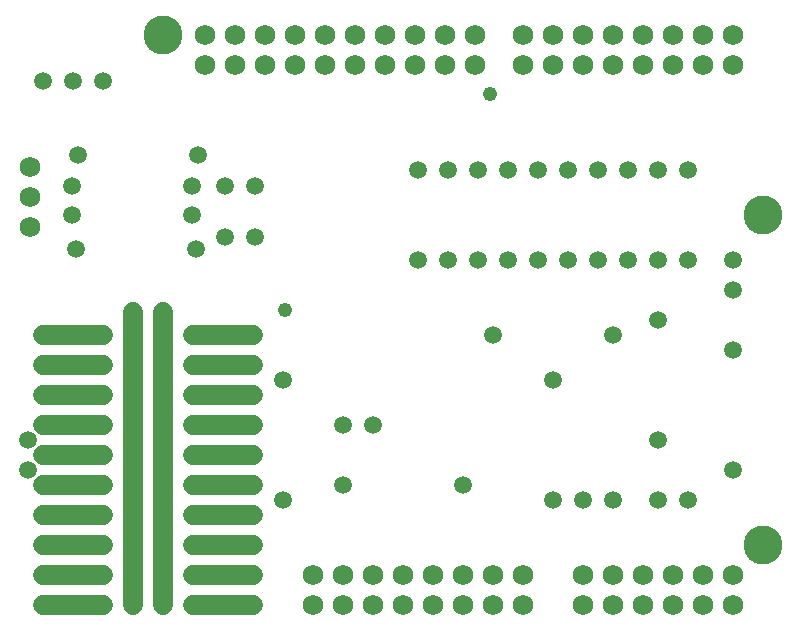
<source format=gts>
G75*
G70*
%OFA0B0*%
%FSLAX24Y24*%
%IPPOS*%
%LPD*%
%AMOC8*
5,1,8,0,0,1.08239X$1,22.5*
%
%ADD10C,0.0680*%
%ADD11C,0.1300*%
%ADD12C,0.0690*%
%ADD13C,0.0594*%
%ADD14C,0.0479*%
D10*
X004686Y001150D02*
X006686Y001150D01*
X007686Y001150D02*
X007686Y010900D01*
X008686Y010900D02*
X008686Y001150D01*
X009686Y001150D02*
X011686Y001150D01*
X011686Y002150D02*
X009686Y002150D01*
X009686Y003150D02*
X011686Y003150D01*
X011686Y004150D02*
X009686Y004150D01*
X009686Y005150D02*
X011686Y005150D01*
X011686Y006150D02*
X009686Y006150D01*
X009686Y007150D02*
X011686Y007150D01*
X011686Y008150D02*
X009686Y008150D01*
X009686Y009150D02*
X011686Y009150D01*
X011686Y010150D02*
X009686Y010150D01*
X006686Y010150D02*
X004686Y010150D01*
X004686Y009150D02*
X006686Y009150D01*
X006686Y008150D02*
X004686Y008150D01*
X004686Y007150D02*
X006686Y007150D01*
X006686Y006150D02*
X004686Y006150D01*
X004686Y005150D02*
X006686Y005150D01*
X006686Y004150D02*
X004686Y004150D01*
X004686Y003150D02*
X006686Y003150D01*
X006686Y002150D02*
X004686Y002150D01*
D11*
X028686Y003150D03*
X028686Y014150D03*
X008686Y020150D03*
D12*
X010086Y020150D03*
X011086Y020150D03*
X012086Y020150D03*
X013086Y020150D03*
X014086Y020150D03*
X015086Y020150D03*
X016086Y020150D03*
X017086Y020150D03*
X018086Y020150D03*
X019086Y020150D03*
X019086Y019150D03*
X018086Y019150D03*
X017086Y019150D03*
X016086Y019150D03*
X015086Y019150D03*
X014086Y019150D03*
X013086Y019150D03*
X012086Y019150D03*
X011086Y019150D03*
X010086Y019150D03*
X004236Y015750D03*
X004236Y014750D03*
X004236Y013750D03*
X013686Y002150D03*
X014686Y002150D03*
X015686Y002150D03*
X016686Y002150D03*
X017686Y002150D03*
X018686Y002150D03*
X019686Y002150D03*
X020686Y002150D03*
X020686Y001150D03*
X019686Y001150D03*
X018686Y001150D03*
X017686Y001150D03*
X016686Y001150D03*
X015686Y001150D03*
X014686Y001150D03*
X013686Y001150D03*
X022686Y001150D03*
X023686Y001150D03*
X024686Y001150D03*
X025686Y001150D03*
X026686Y001150D03*
X027686Y001150D03*
X027686Y002150D03*
X026686Y002150D03*
X025686Y002150D03*
X024686Y002150D03*
X023686Y002150D03*
X022686Y002150D03*
X022686Y019150D03*
X023686Y019150D03*
X024686Y019150D03*
X025686Y019150D03*
X026686Y019150D03*
X027686Y019150D03*
X027686Y020150D03*
X026686Y020150D03*
X025686Y020150D03*
X024686Y020150D03*
X023686Y020150D03*
X022686Y020150D03*
X021686Y020150D03*
X020686Y020150D03*
X020686Y019150D03*
X021686Y019150D03*
D13*
X021186Y015650D03*
X022186Y015650D03*
X023186Y015650D03*
X024186Y015650D03*
X025186Y015650D03*
X026186Y015650D03*
X026186Y012650D03*
X025186Y012650D03*
X024186Y012650D03*
X023186Y012650D03*
X022186Y012650D03*
X021186Y012650D03*
X020186Y012650D03*
X019186Y012650D03*
X018186Y012650D03*
X017186Y012650D03*
X019686Y010150D03*
X021686Y008650D03*
X023686Y010150D03*
X025186Y010650D03*
X027686Y009650D03*
X027686Y011650D03*
X027686Y012650D03*
X020186Y015650D03*
X019186Y015650D03*
X018186Y015650D03*
X017186Y015650D03*
X011736Y015100D03*
X010736Y015100D03*
X009636Y015100D03*
X009636Y014150D03*
X010736Y013400D03*
X009786Y013000D03*
X011736Y013400D03*
X009836Y016150D03*
X006686Y018600D03*
X005686Y018600D03*
X004686Y018600D03*
X005836Y016150D03*
X005636Y015100D03*
X005636Y014150D03*
X005786Y013000D03*
X005686Y010150D03*
X006686Y010150D03*
X007686Y010150D03*
X008686Y010150D03*
X012686Y008650D03*
X014686Y007150D03*
X015686Y007150D03*
X014686Y005150D03*
X012686Y004650D03*
X008686Y005150D03*
X007686Y005150D03*
X006686Y005150D03*
X005686Y005150D03*
X004186Y005650D03*
X004186Y006650D03*
X005686Y007150D03*
X006686Y007150D03*
X007686Y007150D03*
X008686Y007150D03*
X008686Y002150D03*
X007686Y002150D03*
X006686Y002150D03*
X005686Y002150D03*
X018686Y005150D03*
X021686Y004650D03*
X022686Y004650D03*
X023686Y004650D03*
X025186Y004650D03*
X026186Y004650D03*
X027686Y005650D03*
X025186Y006650D03*
D14*
X012758Y010956D03*
X019574Y018183D03*
M02*

</source>
